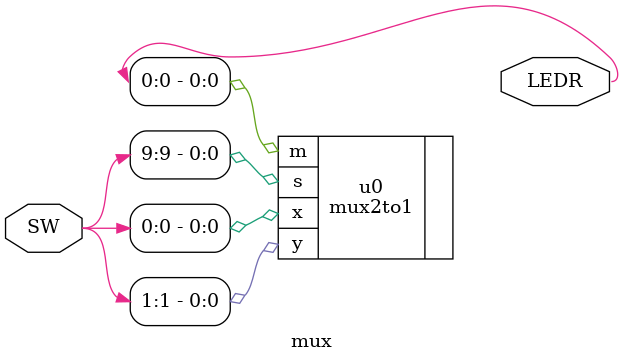
<source format=v>
`timescale 1ns / 1ns // `timescale time_unit/time_precision


//LEDR[0] output display

module mux(LEDR, SW);
    input [9:0] SW;
    output [9:0] LEDR;

    mux2to1 u0(
        .x(SW[0]),
        .y(SW[1]),
        .s(SW[9]),
        .m(LEDR[0])
        );
endmodule

</source>
